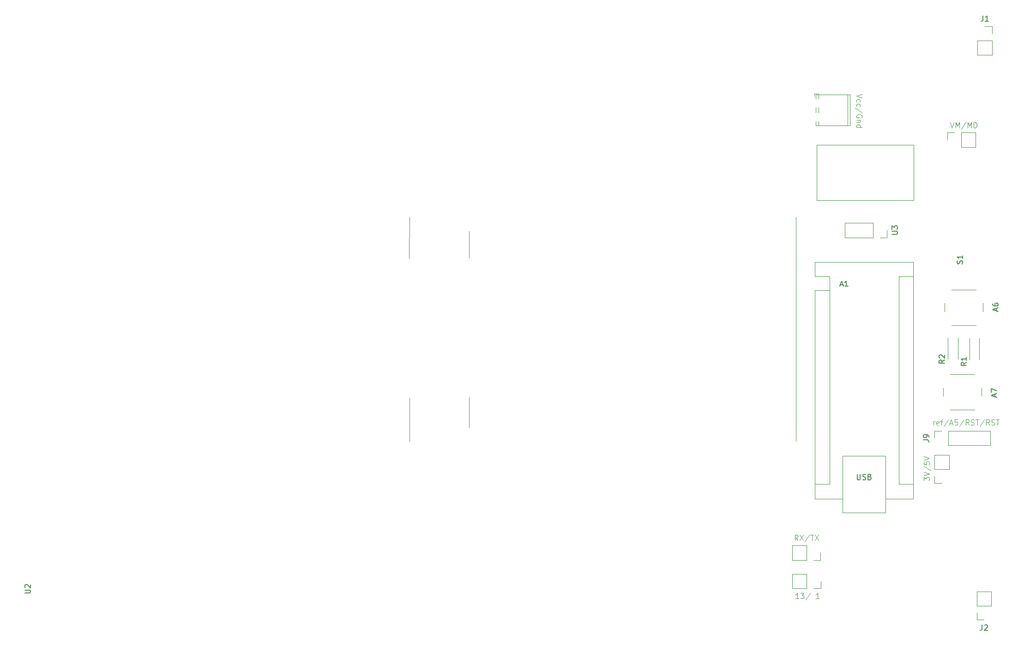
<source format=gbr>
%TF.GenerationSoftware,KiCad,Pcbnew,8.0.0*%
%TF.CreationDate,2024-03-17T01:00:07+02:00*%
%TF.ProjectId,FollowTheLine,466f6c6c-6f77-4546-9865-4c696e652e6b,rev?*%
%TF.SameCoordinates,Original*%
%TF.FileFunction,Legend,Top*%
%TF.FilePolarity,Positive*%
%FSLAX46Y46*%
G04 Gerber Fmt 4.6, Leading zero omitted, Abs format (unit mm)*
G04 Created by KiCad (PCBNEW 8.0.0) date 2024-03-17 01:00:07*
%MOMM*%
%LPD*%
G01*
G04 APERTURE LIST*
%ADD10C,0.100000*%
%ADD11C,0.150000*%
%ADD12C,0.120000*%
%ADD13C,0.076200*%
G04 APERTURE END LIST*
D10*
X141600000Y-107487500D02*
X141600000Y-101950000D01*
X201475000Y-107487500D02*
X201475000Y-71512500D01*
X130625000Y-68962500D02*
X130600000Y-76475000D01*
X141600000Y-71512500D02*
X141575000Y-76425000D01*
X201475000Y-68962500D02*
X201475000Y-71512500D01*
X201475000Y-107487500D02*
X201475000Y-110037500D01*
X130625000Y-102150000D02*
X130625000Y-110037500D01*
X213602580Y-46336027D02*
X212602580Y-46669360D01*
X212602580Y-46669360D02*
X213602580Y-47002693D01*
X212650200Y-47764598D02*
X212602580Y-47669360D01*
X212602580Y-47669360D02*
X212602580Y-47478884D01*
X212602580Y-47478884D02*
X212650200Y-47383646D01*
X212650200Y-47383646D02*
X212697819Y-47336027D01*
X212697819Y-47336027D02*
X212793057Y-47288408D01*
X212793057Y-47288408D02*
X213078771Y-47288408D01*
X213078771Y-47288408D02*
X213174009Y-47336027D01*
X213174009Y-47336027D02*
X213221628Y-47383646D01*
X213221628Y-47383646D02*
X213269247Y-47478884D01*
X213269247Y-47478884D02*
X213269247Y-47669360D01*
X213269247Y-47669360D02*
X213221628Y-47764598D01*
X212650200Y-48621741D02*
X212602580Y-48526503D01*
X212602580Y-48526503D02*
X212602580Y-48336027D01*
X212602580Y-48336027D02*
X212650200Y-48240789D01*
X212650200Y-48240789D02*
X212697819Y-48193170D01*
X212697819Y-48193170D02*
X212793057Y-48145551D01*
X212793057Y-48145551D02*
X213078771Y-48145551D01*
X213078771Y-48145551D02*
X213174009Y-48193170D01*
X213174009Y-48193170D02*
X213221628Y-48240789D01*
X213221628Y-48240789D02*
X213269247Y-48336027D01*
X213269247Y-48336027D02*
X213269247Y-48526503D01*
X213269247Y-48526503D02*
X213221628Y-48621741D01*
X213650200Y-49764598D02*
X212364485Y-48907456D01*
X213554961Y-50621741D02*
X213602580Y-50526503D01*
X213602580Y-50526503D02*
X213602580Y-50383646D01*
X213602580Y-50383646D02*
X213554961Y-50240789D01*
X213554961Y-50240789D02*
X213459723Y-50145551D01*
X213459723Y-50145551D02*
X213364485Y-50097932D01*
X213364485Y-50097932D02*
X213174009Y-50050313D01*
X213174009Y-50050313D02*
X213031152Y-50050313D01*
X213031152Y-50050313D02*
X212840676Y-50097932D01*
X212840676Y-50097932D02*
X212745438Y-50145551D01*
X212745438Y-50145551D02*
X212650200Y-50240789D01*
X212650200Y-50240789D02*
X212602580Y-50383646D01*
X212602580Y-50383646D02*
X212602580Y-50478884D01*
X212602580Y-50478884D02*
X212650200Y-50621741D01*
X212650200Y-50621741D02*
X212697819Y-50669360D01*
X212697819Y-50669360D02*
X213031152Y-50669360D01*
X213031152Y-50669360D02*
X213031152Y-50478884D01*
X213269247Y-51097932D02*
X212602580Y-51097932D01*
X213174009Y-51097932D02*
X213221628Y-51145551D01*
X213221628Y-51145551D02*
X213269247Y-51240789D01*
X213269247Y-51240789D02*
X213269247Y-51383646D01*
X213269247Y-51383646D02*
X213221628Y-51478884D01*
X213221628Y-51478884D02*
X213126390Y-51526503D01*
X213126390Y-51526503D02*
X212602580Y-51526503D01*
X212602580Y-52431265D02*
X213602580Y-52431265D01*
X212650200Y-52431265D02*
X212602580Y-52336027D01*
X212602580Y-52336027D02*
X212602580Y-52145551D01*
X212602580Y-52145551D02*
X212650200Y-52050313D01*
X212650200Y-52050313D02*
X212697819Y-52002694D01*
X212697819Y-52002694D02*
X212793057Y-51955075D01*
X212793057Y-51955075D02*
X213078771Y-51955075D01*
X213078771Y-51955075D02*
X213174009Y-52002694D01*
X213174009Y-52002694D02*
X213221628Y-52050313D01*
X213221628Y-52050313D02*
X213269247Y-52145551D01*
X213269247Y-52145551D02*
X213269247Y-52336027D01*
X213269247Y-52336027D02*
X213221628Y-52431265D01*
X224972419Y-117216353D02*
X224972419Y-116597306D01*
X224972419Y-116597306D02*
X225353371Y-116930639D01*
X225353371Y-116930639D02*
X225353371Y-116787782D01*
X225353371Y-116787782D02*
X225400990Y-116692544D01*
X225400990Y-116692544D02*
X225448609Y-116644925D01*
X225448609Y-116644925D02*
X225543847Y-116597306D01*
X225543847Y-116597306D02*
X225781942Y-116597306D01*
X225781942Y-116597306D02*
X225877180Y-116644925D01*
X225877180Y-116644925D02*
X225924800Y-116692544D01*
X225924800Y-116692544D02*
X225972419Y-116787782D01*
X225972419Y-116787782D02*
X225972419Y-117073496D01*
X225972419Y-117073496D02*
X225924800Y-117168734D01*
X225924800Y-117168734D02*
X225877180Y-117216353D01*
X224972419Y-116311591D02*
X225972419Y-115978258D01*
X225972419Y-115978258D02*
X224972419Y-115644925D01*
X224924800Y-114597306D02*
X226210514Y-115454448D01*
X224972419Y-113787782D02*
X224972419Y-114263972D01*
X224972419Y-114263972D02*
X225448609Y-114311591D01*
X225448609Y-114311591D02*
X225400990Y-114263972D01*
X225400990Y-114263972D02*
X225353371Y-114168734D01*
X225353371Y-114168734D02*
X225353371Y-113930639D01*
X225353371Y-113930639D02*
X225400990Y-113835401D01*
X225400990Y-113835401D02*
X225448609Y-113787782D01*
X225448609Y-113787782D02*
X225543847Y-113740163D01*
X225543847Y-113740163D02*
X225781942Y-113740163D01*
X225781942Y-113740163D02*
X225877180Y-113787782D01*
X225877180Y-113787782D02*
X225924800Y-113835401D01*
X225924800Y-113835401D02*
X225972419Y-113930639D01*
X225972419Y-113930639D02*
X225972419Y-114168734D01*
X225972419Y-114168734D02*
X225924800Y-114263972D01*
X225924800Y-114263972D02*
X225877180Y-114311591D01*
X224972419Y-113454448D02*
X225972419Y-113121115D01*
X225972419Y-113121115D02*
X224972419Y-112787782D01*
X226703884Y-107047419D02*
X226703884Y-106380752D01*
X226703884Y-106571228D02*
X226751503Y-106475990D01*
X226751503Y-106475990D02*
X226799122Y-106428371D01*
X226799122Y-106428371D02*
X226894360Y-106380752D01*
X226894360Y-106380752D02*
X226989598Y-106380752D01*
X227703884Y-106999800D02*
X227608646Y-107047419D01*
X227608646Y-107047419D02*
X227418170Y-107047419D01*
X227418170Y-107047419D02*
X227322932Y-106999800D01*
X227322932Y-106999800D02*
X227275313Y-106904561D01*
X227275313Y-106904561D02*
X227275313Y-106523609D01*
X227275313Y-106523609D02*
X227322932Y-106428371D01*
X227322932Y-106428371D02*
X227418170Y-106380752D01*
X227418170Y-106380752D02*
X227608646Y-106380752D01*
X227608646Y-106380752D02*
X227703884Y-106428371D01*
X227703884Y-106428371D02*
X227751503Y-106523609D01*
X227751503Y-106523609D02*
X227751503Y-106618847D01*
X227751503Y-106618847D02*
X227275313Y-106714085D01*
X228037218Y-106380752D02*
X228418170Y-106380752D01*
X228180075Y-107047419D02*
X228180075Y-106190276D01*
X228180075Y-106190276D02*
X228227694Y-106095038D01*
X228227694Y-106095038D02*
X228322932Y-106047419D01*
X228322932Y-106047419D02*
X228418170Y-106047419D01*
X229465789Y-105999800D02*
X228608647Y-107285514D01*
X229751504Y-106761704D02*
X230227694Y-106761704D01*
X229656266Y-107047419D02*
X229989599Y-106047419D01*
X229989599Y-106047419D02*
X230322932Y-107047419D01*
X231132456Y-106047419D02*
X230656266Y-106047419D01*
X230656266Y-106047419D02*
X230608647Y-106523609D01*
X230608647Y-106523609D02*
X230656266Y-106475990D01*
X230656266Y-106475990D02*
X230751504Y-106428371D01*
X230751504Y-106428371D02*
X230989599Y-106428371D01*
X230989599Y-106428371D02*
X231084837Y-106475990D01*
X231084837Y-106475990D02*
X231132456Y-106523609D01*
X231132456Y-106523609D02*
X231180075Y-106618847D01*
X231180075Y-106618847D02*
X231180075Y-106856942D01*
X231180075Y-106856942D02*
X231132456Y-106952180D01*
X231132456Y-106952180D02*
X231084837Y-106999800D01*
X231084837Y-106999800D02*
X230989599Y-107047419D01*
X230989599Y-107047419D02*
X230751504Y-107047419D01*
X230751504Y-107047419D02*
X230656266Y-106999800D01*
X230656266Y-106999800D02*
X230608647Y-106952180D01*
X232322932Y-105999800D02*
X231465790Y-107285514D01*
X233227694Y-107047419D02*
X232894361Y-106571228D01*
X232656266Y-107047419D02*
X232656266Y-106047419D01*
X232656266Y-106047419D02*
X233037218Y-106047419D01*
X233037218Y-106047419D02*
X233132456Y-106095038D01*
X233132456Y-106095038D02*
X233180075Y-106142657D01*
X233180075Y-106142657D02*
X233227694Y-106237895D01*
X233227694Y-106237895D02*
X233227694Y-106380752D01*
X233227694Y-106380752D02*
X233180075Y-106475990D01*
X233180075Y-106475990D02*
X233132456Y-106523609D01*
X233132456Y-106523609D02*
X233037218Y-106571228D01*
X233037218Y-106571228D02*
X232656266Y-106571228D01*
X233608647Y-106999800D02*
X233751504Y-107047419D01*
X233751504Y-107047419D02*
X233989599Y-107047419D01*
X233989599Y-107047419D02*
X234084837Y-106999800D01*
X234084837Y-106999800D02*
X234132456Y-106952180D01*
X234132456Y-106952180D02*
X234180075Y-106856942D01*
X234180075Y-106856942D02*
X234180075Y-106761704D01*
X234180075Y-106761704D02*
X234132456Y-106666466D01*
X234132456Y-106666466D02*
X234084837Y-106618847D01*
X234084837Y-106618847D02*
X233989599Y-106571228D01*
X233989599Y-106571228D02*
X233799123Y-106523609D01*
X233799123Y-106523609D02*
X233703885Y-106475990D01*
X233703885Y-106475990D02*
X233656266Y-106428371D01*
X233656266Y-106428371D02*
X233608647Y-106333133D01*
X233608647Y-106333133D02*
X233608647Y-106237895D01*
X233608647Y-106237895D02*
X233656266Y-106142657D01*
X233656266Y-106142657D02*
X233703885Y-106095038D01*
X233703885Y-106095038D02*
X233799123Y-106047419D01*
X233799123Y-106047419D02*
X234037218Y-106047419D01*
X234037218Y-106047419D02*
X234180075Y-106095038D01*
X234465790Y-106047419D02*
X235037218Y-106047419D01*
X234751504Y-107047419D02*
X234751504Y-106047419D01*
X236084837Y-105999800D02*
X235227695Y-107285514D01*
X236989599Y-107047419D02*
X236656266Y-106571228D01*
X236418171Y-107047419D02*
X236418171Y-106047419D01*
X236418171Y-106047419D02*
X236799123Y-106047419D01*
X236799123Y-106047419D02*
X236894361Y-106095038D01*
X236894361Y-106095038D02*
X236941980Y-106142657D01*
X236941980Y-106142657D02*
X236989599Y-106237895D01*
X236989599Y-106237895D02*
X236989599Y-106380752D01*
X236989599Y-106380752D02*
X236941980Y-106475990D01*
X236941980Y-106475990D02*
X236894361Y-106523609D01*
X236894361Y-106523609D02*
X236799123Y-106571228D01*
X236799123Y-106571228D02*
X236418171Y-106571228D01*
X237370552Y-106999800D02*
X237513409Y-107047419D01*
X237513409Y-107047419D02*
X237751504Y-107047419D01*
X237751504Y-107047419D02*
X237846742Y-106999800D01*
X237846742Y-106999800D02*
X237894361Y-106952180D01*
X237894361Y-106952180D02*
X237941980Y-106856942D01*
X237941980Y-106856942D02*
X237941980Y-106761704D01*
X237941980Y-106761704D02*
X237894361Y-106666466D01*
X237894361Y-106666466D02*
X237846742Y-106618847D01*
X237846742Y-106618847D02*
X237751504Y-106571228D01*
X237751504Y-106571228D02*
X237561028Y-106523609D01*
X237561028Y-106523609D02*
X237465790Y-106475990D01*
X237465790Y-106475990D02*
X237418171Y-106428371D01*
X237418171Y-106428371D02*
X237370552Y-106333133D01*
X237370552Y-106333133D02*
X237370552Y-106237895D01*
X237370552Y-106237895D02*
X237418171Y-106142657D01*
X237418171Y-106142657D02*
X237465790Y-106095038D01*
X237465790Y-106095038D02*
X237561028Y-106047419D01*
X237561028Y-106047419D02*
X237799123Y-106047419D01*
X237799123Y-106047419D02*
X237941980Y-106095038D01*
X238227695Y-106047419D02*
X238799123Y-106047419D01*
X238513409Y-107047419D02*
X238513409Y-106047419D01*
X229786027Y-51497419D02*
X230119360Y-52497419D01*
X230119360Y-52497419D02*
X230452693Y-51497419D01*
X230786027Y-52497419D02*
X230786027Y-51497419D01*
X230786027Y-51497419D02*
X231119360Y-52211704D01*
X231119360Y-52211704D02*
X231452693Y-51497419D01*
X231452693Y-51497419D02*
X231452693Y-52497419D01*
X232643169Y-51449800D02*
X231786027Y-52735514D01*
X232976503Y-52497419D02*
X232976503Y-51497419D01*
X232976503Y-51497419D02*
X233309836Y-52211704D01*
X233309836Y-52211704D02*
X233643169Y-51497419D01*
X233643169Y-51497419D02*
X233643169Y-52497419D01*
X234119360Y-52497419D02*
X234119360Y-51497419D01*
X234119360Y-51497419D02*
X234357455Y-51497419D01*
X234357455Y-51497419D02*
X234500312Y-51545038D01*
X234500312Y-51545038D02*
X234595550Y-51640276D01*
X234595550Y-51640276D02*
X234643169Y-51735514D01*
X234643169Y-51735514D02*
X234690788Y-51925990D01*
X234690788Y-51925990D02*
X234690788Y-52068847D01*
X234690788Y-52068847D02*
X234643169Y-52259323D01*
X234643169Y-52259323D02*
X234595550Y-52354561D01*
X234595550Y-52354561D02*
X234500312Y-52449800D01*
X234500312Y-52449800D02*
X234357455Y-52497419D01*
X234357455Y-52497419D02*
X234119360Y-52497419D01*
X202027693Y-138872419D02*
X201456265Y-138872419D01*
X201741979Y-138872419D02*
X201741979Y-137872419D01*
X201741979Y-137872419D02*
X201646741Y-138015276D01*
X201646741Y-138015276D02*
X201551503Y-138110514D01*
X201551503Y-138110514D02*
X201456265Y-138158133D01*
X202361027Y-137872419D02*
X202980074Y-137872419D01*
X202980074Y-137872419D02*
X202646741Y-138253371D01*
X202646741Y-138253371D02*
X202789598Y-138253371D01*
X202789598Y-138253371D02*
X202884836Y-138300990D01*
X202884836Y-138300990D02*
X202932455Y-138348609D01*
X202932455Y-138348609D02*
X202980074Y-138443847D01*
X202980074Y-138443847D02*
X202980074Y-138681942D01*
X202980074Y-138681942D02*
X202932455Y-138777180D01*
X202932455Y-138777180D02*
X202884836Y-138824800D01*
X202884836Y-138824800D02*
X202789598Y-138872419D01*
X202789598Y-138872419D02*
X202503884Y-138872419D01*
X202503884Y-138872419D02*
X202408646Y-138824800D01*
X202408646Y-138824800D02*
X202361027Y-138777180D01*
X204122931Y-137824800D02*
X203265789Y-139110514D01*
X205741979Y-138872419D02*
X205170551Y-138872419D01*
X205456265Y-138872419D02*
X205456265Y-137872419D01*
X205456265Y-137872419D02*
X205361027Y-138015276D01*
X205361027Y-138015276D02*
X205265789Y-138110514D01*
X205265789Y-138110514D02*
X205170551Y-138158133D01*
X201875312Y-128222419D02*
X201541979Y-127746228D01*
X201303884Y-128222419D02*
X201303884Y-127222419D01*
X201303884Y-127222419D02*
X201684836Y-127222419D01*
X201684836Y-127222419D02*
X201780074Y-127270038D01*
X201780074Y-127270038D02*
X201827693Y-127317657D01*
X201827693Y-127317657D02*
X201875312Y-127412895D01*
X201875312Y-127412895D02*
X201875312Y-127555752D01*
X201875312Y-127555752D02*
X201827693Y-127650990D01*
X201827693Y-127650990D02*
X201780074Y-127698609D01*
X201780074Y-127698609D02*
X201684836Y-127746228D01*
X201684836Y-127746228D02*
X201303884Y-127746228D01*
X202208646Y-127222419D02*
X202875312Y-128222419D01*
X202875312Y-127222419D02*
X202208646Y-128222419D01*
X203970550Y-127174800D02*
X203113408Y-128460514D01*
X204161027Y-127222419D02*
X204732455Y-127222419D01*
X204446741Y-128222419D02*
X204446741Y-127222419D01*
X204970551Y-127222419D02*
X205637217Y-128222419D01*
X205637217Y-127222419D02*
X204970551Y-128222419D01*
D11*
X60089819Y-137886904D02*
X60899342Y-137886904D01*
X60899342Y-137886904D02*
X60994580Y-137839285D01*
X60994580Y-137839285D02*
X61042200Y-137791666D01*
X61042200Y-137791666D02*
X61089819Y-137696428D01*
X61089819Y-137696428D02*
X61089819Y-137505952D01*
X61089819Y-137505952D02*
X61042200Y-137410714D01*
X61042200Y-137410714D02*
X60994580Y-137363095D01*
X60994580Y-137363095D02*
X60899342Y-137315476D01*
X60899342Y-137315476D02*
X60089819Y-137315476D01*
X60185057Y-136886904D02*
X60137438Y-136839285D01*
X60137438Y-136839285D02*
X60089819Y-136744047D01*
X60089819Y-136744047D02*
X60089819Y-136505952D01*
X60089819Y-136505952D02*
X60137438Y-136410714D01*
X60137438Y-136410714D02*
X60185057Y-136363095D01*
X60185057Y-136363095D02*
X60280295Y-136315476D01*
X60280295Y-136315476D02*
X60375533Y-136315476D01*
X60375533Y-136315476D02*
X60518390Y-136363095D01*
X60518390Y-136363095D02*
X61089819Y-136934523D01*
X61089819Y-136934523D02*
X61089819Y-136315476D01*
X235816666Y-31934819D02*
X235816666Y-32649104D01*
X235816666Y-32649104D02*
X235769047Y-32791961D01*
X235769047Y-32791961D02*
X235673809Y-32887200D01*
X235673809Y-32887200D02*
X235530952Y-32934819D01*
X235530952Y-32934819D02*
X235435714Y-32934819D01*
X236816666Y-32934819D02*
X236245238Y-32934819D01*
X236530952Y-32934819D02*
X236530952Y-31934819D01*
X236530952Y-31934819D02*
X236435714Y-32077676D01*
X236435714Y-32077676D02*
X236340476Y-32172914D01*
X236340476Y-32172914D02*
X236245238Y-32220533D01*
X238019104Y-101864285D02*
X238019104Y-101388095D01*
X238304819Y-101959523D02*
X237304819Y-101626190D01*
X237304819Y-101626190D02*
X238304819Y-101292857D01*
X237304819Y-101054761D02*
X237304819Y-100388095D01*
X237304819Y-100388095D02*
X238304819Y-100816666D01*
X219124819Y-72061904D02*
X219934342Y-72061904D01*
X219934342Y-72061904D02*
X220029580Y-72014285D01*
X220029580Y-72014285D02*
X220077200Y-71966666D01*
X220077200Y-71966666D02*
X220124819Y-71871428D01*
X220124819Y-71871428D02*
X220124819Y-71680952D01*
X220124819Y-71680952D02*
X220077200Y-71585714D01*
X220077200Y-71585714D02*
X220029580Y-71538095D01*
X220029580Y-71538095D02*
X219934342Y-71490476D01*
X219934342Y-71490476D02*
X219124819Y-71490476D01*
X219124819Y-71109523D02*
X219124819Y-70490476D01*
X219124819Y-70490476D02*
X219505771Y-70823809D01*
X219505771Y-70823809D02*
X219505771Y-70680952D01*
X219505771Y-70680952D02*
X219553390Y-70585714D01*
X219553390Y-70585714D02*
X219601009Y-70538095D01*
X219601009Y-70538095D02*
X219696247Y-70490476D01*
X219696247Y-70490476D02*
X219934342Y-70490476D01*
X219934342Y-70490476D02*
X220029580Y-70538095D01*
X220029580Y-70538095D02*
X220077200Y-70585714D01*
X220077200Y-70585714D02*
X220124819Y-70680952D01*
X220124819Y-70680952D02*
X220124819Y-70966666D01*
X220124819Y-70966666D02*
X220077200Y-71061904D01*
X220077200Y-71061904D02*
X220029580Y-71109523D01*
X232779819Y-95566666D02*
X232303628Y-95899999D01*
X232779819Y-96138094D02*
X231779819Y-96138094D01*
X231779819Y-96138094D02*
X231779819Y-95757142D01*
X231779819Y-95757142D02*
X231827438Y-95661904D01*
X231827438Y-95661904D02*
X231875057Y-95614285D01*
X231875057Y-95614285D02*
X231970295Y-95566666D01*
X231970295Y-95566666D02*
X232113152Y-95566666D01*
X232113152Y-95566666D02*
X232208390Y-95614285D01*
X232208390Y-95614285D02*
X232256009Y-95661904D01*
X232256009Y-95661904D02*
X232303628Y-95757142D01*
X232303628Y-95757142D02*
X232303628Y-96138094D01*
X232779819Y-94614285D02*
X232779819Y-95185713D01*
X232779819Y-94899999D02*
X231779819Y-94899999D01*
X231779819Y-94899999D02*
X231922676Y-94995237D01*
X231922676Y-94995237D02*
X232017914Y-95090475D01*
X232017914Y-95090475D02*
X232065533Y-95185713D01*
X209620714Y-81309104D02*
X210096904Y-81309104D01*
X209525476Y-81594819D02*
X209858809Y-80594819D01*
X209858809Y-80594819D02*
X210192142Y-81594819D01*
X211049285Y-81594819D02*
X210477857Y-81594819D01*
X210763571Y-81594819D02*
X210763571Y-80594819D01*
X210763571Y-80594819D02*
X210668333Y-80737676D01*
X210668333Y-80737676D02*
X210573095Y-80832914D01*
X210573095Y-80832914D02*
X210477857Y-80880533D01*
X212743095Y-116089819D02*
X212743095Y-116899342D01*
X212743095Y-116899342D02*
X212790714Y-116994580D01*
X212790714Y-116994580D02*
X212838333Y-117042200D01*
X212838333Y-117042200D02*
X212933571Y-117089819D01*
X212933571Y-117089819D02*
X213124047Y-117089819D01*
X213124047Y-117089819D02*
X213219285Y-117042200D01*
X213219285Y-117042200D02*
X213266904Y-116994580D01*
X213266904Y-116994580D02*
X213314523Y-116899342D01*
X213314523Y-116899342D02*
X213314523Y-116089819D01*
X213743095Y-117042200D02*
X213885952Y-117089819D01*
X213885952Y-117089819D02*
X214124047Y-117089819D01*
X214124047Y-117089819D02*
X214219285Y-117042200D01*
X214219285Y-117042200D02*
X214266904Y-116994580D01*
X214266904Y-116994580D02*
X214314523Y-116899342D01*
X214314523Y-116899342D02*
X214314523Y-116804104D01*
X214314523Y-116804104D02*
X214266904Y-116708866D01*
X214266904Y-116708866D02*
X214219285Y-116661247D01*
X214219285Y-116661247D02*
X214124047Y-116613628D01*
X214124047Y-116613628D02*
X213933571Y-116566009D01*
X213933571Y-116566009D02*
X213838333Y-116518390D01*
X213838333Y-116518390D02*
X213790714Y-116470771D01*
X213790714Y-116470771D02*
X213743095Y-116375533D01*
X213743095Y-116375533D02*
X213743095Y-116280295D01*
X213743095Y-116280295D02*
X213790714Y-116185057D01*
X213790714Y-116185057D02*
X213838333Y-116137438D01*
X213838333Y-116137438D02*
X213933571Y-116089819D01*
X213933571Y-116089819D02*
X214171666Y-116089819D01*
X214171666Y-116089819D02*
X214314523Y-116137438D01*
X215076428Y-116566009D02*
X215219285Y-116613628D01*
X215219285Y-116613628D02*
X215266904Y-116661247D01*
X215266904Y-116661247D02*
X215314523Y-116756485D01*
X215314523Y-116756485D02*
X215314523Y-116899342D01*
X215314523Y-116899342D02*
X215266904Y-116994580D01*
X215266904Y-116994580D02*
X215219285Y-117042200D01*
X215219285Y-117042200D02*
X215124047Y-117089819D01*
X215124047Y-117089819D02*
X214743095Y-117089819D01*
X214743095Y-117089819D02*
X214743095Y-116089819D01*
X214743095Y-116089819D02*
X215076428Y-116089819D01*
X215076428Y-116089819D02*
X215171666Y-116137438D01*
X215171666Y-116137438D02*
X215219285Y-116185057D01*
X215219285Y-116185057D02*
X215266904Y-116280295D01*
X215266904Y-116280295D02*
X215266904Y-116375533D01*
X215266904Y-116375533D02*
X215219285Y-116470771D01*
X215219285Y-116470771D02*
X215171666Y-116518390D01*
X215171666Y-116518390D02*
X215076428Y-116566009D01*
X215076428Y-116566009D02*
X214743095Y-116566009D01*
X238294104Y-86089285D02*
X238294104Y-85613095D01*
X238579819Y-86184523D02*
X237579819Y-85851190D01*
X237579819Y-85851190D02*
X238579819Y-85517857D01*
X237579819Y-84755952D02*
X237579819Y-84946428D01*
X237579819Y-84946428D02*
X237627438Y-85041666D01*
X237627438Y-85041666D02*
X237675057Y-85089285D01*
X237675057Y-85089285D02*
X237817914Y-85184523D01*
X237817914Y-85184523D02*
X238008390Y-85232142D01*
X238008390Y-85232142D02*
X238389342Y-85232142D01*
X238389342Y-85232142D02*
X238484580Y-85184523D01*
X238484580Y-85184523D02*
X238532200Y-85136904D01*
X238532200Y-85136904D02*
X238579819Y-85041666D01*
X238579819Y-85041666D02*
X238579819Y-84851190D01*
X238579819Y-84851190D02*
X238532200Y-84755952D01*
X238532200Y-84755952D02*
X238484580Y-84708333D01*
X238484580Y-84708333D02*
X238389342Y-84660714D01*
X238389342Y-84660714D02*
X238151247Y-84660714D01*
X238151247Y-84660714D02*
X238056009Y-84708333D01*
X238056009Y-84708333D02*
X238008390Y-84755952D01*
X238008390Y-84755952D02*
X237960771Y-84851190D01*
X237960771Y-84851190D02*
X237960771Y-85041666D01*
X237960771Y-85041666D02*
X238008390Y-85136904D01*
X238008390Y-85136904D02*
X238056009Y-85184523D01*
X238056009Y-85184523D02*
X238151247Y-85232142D01*
X224894819Y-109783333D02*
X225609104Y-109783333D01*
X225609104Y-109783333D02*
X225751961Y-109830952D01*
X225751961Y-109830952D02*
X225847200Y-109926190D01*
X225847200Y-109926190D02*
X225894819Y-110069047D01*
X225894819Y-110069047D02*
X225894819Y-110164285D01*
X225894819Y-109259523D02*
X225894819Y-109069047D01*
X225894819Y-109069047D02*
X225847200Y-108973809D01*
X225847200Y-108973809D02*
X225799580Y-108926190D01*
X225799580Y-108926190D02*
X225656723Y-108830952D01*
X225656723Y-108830952D02*
X225466247Y-108783333D01*
X225466247Y-108783333D02*
X225085295Y-108783333D01*
X225085295Y-108783333D02*
X224990057Y-108830952D01*
X224990057Y-108830952D02*
X224942438Y-108878571D01*
X224942438Y-108878571D02*
X224894819Y-108973809D01*
X224894819Y-108973809D02*
X224894819Y-109164285D01*
X224894819Y-109164285D02*
X224942438Y-109259523D01*
X224942438Y-109259523D02*
X224990057Y-109307142D01*
X224990057Y-109307142D02*
X225085295Y-109354761D01*
X225085295Y-109354761D02*
X225323390Y-109354761D01*
X225323390Y-109354761D02*
X225418628Y-109307142D01*
X225418628Y-109307142D02*
X225466247Y-109259523D01*
X225466247Y-109259523D02*
X225513866Y-109164285D01*
X225513866Y-109164285D02*
X225513866Y-108973809D01*
X225513866Y-108973809D02*
X225466247Y-108878571D01*
X225466247Y-108878571D02*
X225418628Y-108830952D01*
X225418628Y-108830952D02*
X225323390Y-108783333D01*
X235666666Y-143699819D02*
X235666666Y-144414104D01*
X235666666Y-144414104D02*
X235619047Y-144556961D01*
X235619047Y-144556961D02*
X235523809Y-144652200D01*
X235523809Y-144652200D02*
X235380952Y-144699819D01*
X235380952Y-144699819D02*
X235285714Y-144699819D01*
X236095238Y-143795057D02*
X236142857Y-143747438D01*
X236142857Y-143747438D02*
X236238095Y-143699819D01*
X236238095Y-143699819D02*
X236476190Y-143699819D01*
X236476190Y-143699819D02*
X236571428Y-143747438D01*
X236571428Y-143747438D02*
X236619047Y-143795057D01*
X236619047Y-143795057D02*
X236666666Y-143890295D01*
X236666666Y-143890295D02*
X236666666Y-143985533D01*
X236666666Y-143985533D02*
X236619047Y-144128390D01*
X236619047Y-144128390D02*
X236047619Y-144699819D01*
X236047619Y-144699819D02*
X236666666Y-144699819D01*
X228754819Y-95116666D02*
X228278628Y-95449999D01*
X228754819Y-95688094D02*
X227754819Y-95688094D01*
X227754819Y-95688094D02*
X227754819Y-95307142D01*
X227754819Y-95307142D02*
X227802438Y-95211904D01*
X227802438Y-95211904D02*
X227850057Y-95164285D01*
X227850057Y-95164285D02*
X227945295Y-95116666D01*
X227945295Y-95116666D02*
X228088152Y-95116666D01*
X228088152Y-95116666D02*
X228183390Y-95164285D01*
X228183390Y-95164285D02*
X228231009Y-95211904D01*
X228231009Y-95211904D02*
X228278628Y-95307142D01*
X228278628Y-95307142D02*
X228278628Y-95688094D01*
X227850057Y-94735713D02*
X227802438Y-94688094D01*
X227802438Y-94688094D02*
X227754819Y-94592856D01*
X227754819Y-94592856D02*
X227754819Y-94354761D01*
X227754819Y-94354761D02*
X227802438Y-94259523D01*
X227802438Y-94259523D02*
X227850057Y-94211904D01*
X227850057Y-94211904D02*
X227945295Y-94164285D01*
X227945295Y-94164285D02*
X228040533Y-94164285D01*
X228040533Y-94164285D02*
X228183390Y-94211904D01*
X228183390Y-94211904D02*
X228754819Y-94783332D01*
X228754819Y-94783332D02*
X228754819Y-94164285D01*
X232007200Y-77461904D02*
X232054819Y-77319047D01*
X232054819Y-77319047D02*
X232054819Y-77080952D01*
X232054819Y-77080952D02*
X232007200Y-76985714D01*
X232007200Y-76985714D02*
X231959580Y-76938095D01*
X231959580Y-76938095D02*
X231864342Y-76890476D01*
X231864342Y-76890476D02*
X231769104Y-76890476D01*
X231769104Y-76890476D02*
X231673866Y-76938095D01*
X231673866Y-76938095D02*
X231626247Y-76985714D01*
X231626247Y-76985714D02*
X231578628Y-77080952D01*
X231578628Y-77080952D02*
X231531009Y-77271428D01*
X231531009Y-77271428D02*
X231483390Y-77366666D01*
X231483390Y-77366666D02*
X231435771Y-77414285D01*
X231435771Y-77414285D02*
X231340533Y-77461904D01*
X231340533Y-77461904D02*
X231245295Y-77461904D01*
X231245295Y-77461904D02*
X231150057Y-77414285D01*
X231150057Y-77414285D02*
X231102438Y-77366666D01*
X231102438Y-77366666D02*
X231054819Y-77271428D01*
X231054819Y-77271428D02*
X231054819Y-77033333D01*
X231054819Y-77033333D02*
X231102438Y-76890476D01*
X232054819Y-75938095D02*
X232054819Y-76509523D01*
X232054819Y-76223809D02*
X231054819Y-76223809D01*
X231054819Y-76223809D02*
X231197676Y-76319047D01*
X231197676Y-76319047D02*
X231292914Y-76414285D01*
X231292914Y-76414285D02*
X231340533Y-76509523D01*
D12*
%TO.C,J4*%
X204875000Y-46210000D02*
X204875000Y-46710000D01*
X205115000Y-46450000D02*
X205115000Y-47220000D01*
X205115000Y-48800000D02*
X205115000Y-49760000D01*
X205115000Y-51340000D02*
X205115000Y-52110000D01*
X205615000Y-46210000D02*
X204875000Y-46210000D01*
X205675000Y-46450000D02*
X205675000Y-47220000D01*
X205675000Y-48800000D02*
X205675000Y-49760000D01*
X205675000Y-51340000D02*
X205675000Y-52110000D01*
X210975000Y-46450000D02*
X210975000Y-52110000D01*
X211435000Y-46450000D02*
X205115000Y-46450000D01*
X211435000Y-46450000D02*
X211435000Y-52110000D01*
X211435000Y-52110000D02*
X205115000Y-52110000D01*
%TO.C,J1*%
X234820000Y-36520000D02*
X234820000Y-39120000D01*
X234820000Y-36520000D02*
X237480000Y-36520000D01*
X234820000Y-39120000D02*
X237480000Y-39120000D01*
X236150000Y-33920000D02*
X237480000Y-33920000D01*
X237480000Y-33920000D02*
X237480000Y-35250000D01*
X237480000Y-36520000D02*
X237480000Y-39120000D01*
%TO.C,A7*%
X228525000Y-100250000D02*
X228525000Y-101750000D01*
X229775000Y-104250000D02*
X234275000Y-104250000D01*
X234275000Y-97750000D02*
X229775000Y-97750000D01*
X235525000Y-101750000D02*
X235525000Y-100250000D01*
%TO.C,J18*%
X200855000Y-134395000D02*
X200855000Y-137055000D01*
X203455000Y-134395000D02*
X200855000Y-134395000D01*
X203455000Y-134395000D02*
X203455000Y-137055000D01*
X203455000Y-137055000D02*
X200855000Y-137055000D01*
X206055000Y-135725000D02*
X206055000Y-137055000D01*
X206055000Y-137055000D02*
X204725000Y-137055000D01*
%TO.C,U3*%
X210490000Y-69970000D02*
X210490000Y-72630000D01*
X215630000Y-69970000D02*
X210490000Y-69970000D01*
X215630000Y-69970000D02*
X215630000Y-72630000D01*
X215630000Y-72630000D02*
X210490000Y-72630000D01*
X218230000Y-71300000D02*
X218230000Y-72630000D01*
X218230000Y-72630000D02*
X216900000Y-72630000D01*
%TO.C,MotorDriver1*%
D13*
X205310000Y-65830000D02*
X223090000Y-65830000D01*
X223090000Y-55670000D01*
X205310000Y-55670000D01*
X205310000Y-65830000D01*
D12*
%TO.C,J3*%
X229255000Y-53395000D02*
X230585000Y-53395000D01*
X229255000Y-54725000D02*
X229255000Y-53395000D01*
X231855000Y-53395000D02*
X234455000Y-53395000D01*
X231855000Y-56055000D02*
X231855000Y-53395000D01*
X231855000Y-56055000D02*
X234455000Y-56055000D01*
X234455000Y-56055000D02*
X234455000Y-53395000D01*
%TO.C,R1*%
X233305000Y-94995000D02*
X233305000Y-91155000D01*
X235145000Y-94995000D02*
X235145000Y-91155000D01*
%TO.C,J5*%
X200820000Y-129170000D02*
X200820000Y-131830000D01*
X203420000Y-129170000D02*
X200820000Y-129170000D01*
X203420000Y-129170000D02*
X203420000Y-131830000D01*
X203420000Y-131830000D02*
X200820000Y-131830000D01*
X206020000Y-130500000D02*
X206020000Y-131830000D01*
X206020000Y-131830000D02*
X204690000Y-131830000D01*
%TO.C,A1*%
X204985000Y-77135000D02*
X204985000Y-79805000D01*
X204985000Y-82345000D02*
X204985000Y-120575000D01*
X204985000Y-120575000D02*
X210065000Y-120575000D01*
X207655000Y-79805000D02*
X204985000Y-79805000D01*
X207655000Y-82345000D02*
X204985000Y-82345000D01*
X207655000Y-82345000D02*
X207655000Y-79805000D01*
X207655000Y-82345000D02*
X207655000Y-117905000D01*
X207655000Y-117905000D02*
X204985000Y-117905000D01*
X210065000Y-112695000D02*
X217945000Y-112695000D01*
X210065000Y-123115000D02*
X210065000Y-112695000D01*
X217945000Y-112695000D02*
X217945000Y-123115000D01*
X217945000Y-123115000D02*
X210065000Y-123115000D01*
X220355000Y-79805000D02*
X220355000Y-117905000D01*
X220355000Y-79805000D02*
X223025000Y-79805000D01*
X220355000Y-117905000D02*
X223025000Y-117905000D01*
X223025000Y-77135000D02*
X204985000Y-77135000D01*
X223025000Y-120575000D02*
X217945000Y-120575000D01*
X223025000Y-120575000D02*
X223025000Y-77135000D01*
%TO.C,J6*%
X226920000Y-115145000D02*
X226920000Y-112545000D01*
X226920000Y-117745000D02*
X226920000Y-116415000D01*
X228250000Y-117745000D02*
X226920000Y-117745000D01*
X229580000Y-112545000D02*
X226920000Y-112545000D01*
X229580000Y-115145000D02*
X226920000Y-115145000D01*
X229580000Y-115145000D02*
X229580000Y-112545000D01*
%TO.C,A6*%
X228800000Y-84725000D02*
X228800000Y-86225000D01*
X230050000Y-88725000D02*
X234550000Y-88725000D01*
X234550000Y-82225000D02*
X230050000Y-82225000D01*
X235800000Y-86225000D02*
X235800000Y-84725000D01*
%TO.C,J9*%
X226880000Y-108120000D02*
X228210000Y-108120000D01*
X226880000Y-109450000D02*
X226880000Y-108120000D01*
X229480000Y-108120000D02*
X237160000Y-108120000D01*
X229480000Y-110780000D02*
X229480000Y-108120000D01*
X229480000Y-110780000D02*
X237160000Y-110780000D01*
X237160000Y-110780000D02*
X237160000Y-108120000D01*
%TO.C,J2*%
X234670000Y-140205000D02*
X234670000Y-137605000D01*
X234670000Y-142805000D02*
X234670000Y-141475000D01*
X236000000Y-142805000D02*
X234670000Y-142805000D01*
X237330000Y-137605000D02*
X234670000Y-137605000D01*
X237330000Y-140205000D02*
X234670000Y-140205000D01*
X237330000Y-140205000D02*
X237330000Y-137605000D01*
%TO.C,R2*%
X229405000Y-94895000D02*
X229405000Y-91055000D01*
X231245000Y-94895000D02*
X231245000Y-91055000D01*
%TD*%
M02*

</source>
